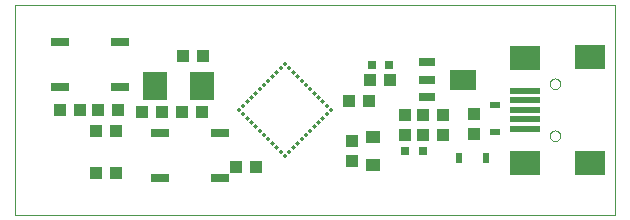
<source format=gtp>
G75*
G70*
%OFA0B0*%
%FSLAX24Y24*%
%IPPOS*%
%LPD*%
%AMOC8*
5,1,8,0,0,1.08239X$1,22.5*
%
%ADD10C,0.0000*%
%ADD11R,0.0394X0.0433*%
%ADD12R,0.0433X0.0394*%
%ADD13R,0.0315X0.0315*%
%ADD14R,0.0600X0.0300*%
%ADD15R,0.0984X0.0197*%
%ADD16R,0.0984X0.0787*%
%ADD17R,0.0787X0.0945*%
%ADD18R,0.0551X0.0315*%
%ADD19R,0.0866X0.0709*%
%ADD20R,0.0118X0.0118*%
%ADD21R,0.0512X0.0413*%
%ADD22R,0.0327X0.0248*%
%ADD23R,0.0248X0.0327*%
D10*
X001050Y000150D02*
X001050Y007150D01*
X021050Y007150D01*
X021050Y000150D01*
X001050Y000150D01*
X018873Y002784D02*
X018875Y002810D01*
X018881Y002836D01*
X018891Y002861D01*
X018904Y002884D01*
X018920Y002904D01*
X018940Y002922D01*
X018962Y002937D01*
X018985Y002949D01*
X019011Y002957D01*
X019037Y002961D01*
X019063Y002961D01*
X019089Y002957D01*
X019115Y002949D01*
X019139Y002937D01*
X019160Y002922D01*
X019180Y002904D01*
X019196Y002884D01*
X019209Y002861D01*
X019219Y002836D01*
X019225Y002810D01*
X019227Y002784D01*
X019225Y002758D01*
X019219Y002732D01*
X019209Y002707D01*
X019196Y002684D01*
X019180Y002664D01*
X019160Y002646D01*
X019138Y002631D01*
X019115Y002619D01*
X019089Y002611D01*
X019063Y002607D01*
X019037Y002607D01*
X019011Y002611D01*
X018985Y002619D01*
X018961Y002631D01*
X018940Y002646D01*
X018920Y002664D01*
X018904Y002684D01*
X018891Y002707D01*
X018881Y002732D01*
X018875Y002758D01*
X018873Y002784D01*
X018873Y004516D02*
X018875Y004542D01*
X018881Y004568D01*
X018891Y004593D01*
X018904Y004616D01*
X018920Y004636D01*
X018940Y004654D01*
X018962Y004669D01*
X018985Y004681D01*
X019011Y004689D01*
X019037Y004693D01*
X019063Y004693D01*
X019089Y004689D01*
X019115Y004681D01*
X019139Y004669D01*
X019160Y004654D01*
X019180Y004636D01*
X019196Y004616D01*
X019209Y004593D01*
X019219Y004568D01*
X019225Y004542D01*
X019227Y004516D01*
X019225Y004490D01*
X019219Y004464D01*
X019209Y004439D01*
X019196Y004416D01*
X019180Y004396D01*
X019160Y004378D01*
X019138Y004363D01*
X019115Y004351D01*
X019089Y004343D01*
X019063Y004339D01*
X019037Y004339D01*
X019011Y004343D01*
X018985Y004351D01*
X018961Y004363D01*
X018940Y004378D01*
X018920Y004396D01*
X018904Y004416D01*
X018891Y004439D01*
X018881Y004464D01*
X018875Y004490D01*
X018873Y004516D01*
D11*
X016350Y003505D03*
X015310Y003485D03*
X014650Y003485D03*
X014050Y003485D03*
X014050Y002815D03*
X014650Y002815D03*
X015310Y002815D03*
X016350Y002835D03*
X012270Y002605D03*
X012270Y001935D03*
D12*
X009093Y001738D03*
X008424Y001738D03*
X004425Y001550D03*
X003755Y001550D03*
X003755Y002930D03*
X004425Y002930D03*
X005275Y003590D03*
X004485Y003650D03*
X003815Y003650D03*
X003205Y003650D03*
X002535Y003650D03*
X005945Y003590D03*
X006615Y003590D03*
X007285Y003590D03*
X012195Y003930D03*
X012865Y003930D03*
X012895Y004650D03*
X013565Y004650D03*
X007325Y005450D03*
X006655Y005450D03*
D13*
X012935Y005150D03*
X013525Y005150D03*
X014055Y002290D03*
X014645Y002290D03*
D14*
X007890Y002880D03*
X005890Y002880D03*
X005890Y001380D03*
X007890Y001380D03*
X004550Y004400D03*
X002550Y004400D03*
X002550Y005900D03*
X004550Y005900D03*
D15*
X018066Y004280D03*
X018066Y003965D03*
X018066Y003650D03*
X018066Y003335D03*
X018066Y003020D03*
D16*
X018066Y001878D03*
X020231Y001878D03*
X018066Y005382D03*
X020231Y005422D03*
D17*
X007277Y004450D03*
X005703Y004450D03*
D18*
X014770Y004650D03*
X014770Y004059D03*
X014770Y005241D03*
D19*
X015983Y004650D03*
D20*
G36*
X011581Y003733D02*
X011664Y003650D01*
X011581Y003567D01*
X011498Y003650D01*
X011581Y003733D01*
G37*
G36*
X011442Y003872D02*
X011525Y003789D01*
X011442Y003706D01*
X011359Y003789D01*
X011442Y003872D01*
G37*
G36*
X011303Y004011D02*
X011386Y003928D01*
X011303Y003845D01*
X011220Y003928D01*
X011303Y004011D01*
G37*
G36*
X011164Y004151D02*
X011247Y004068D01*
X011164Y003985D01*
X011081Y004068D01*
X011164Y004151D01*
G37*
G36*
X011024Y004290D02*
X011107Y004207D01*
X011024Y004124D01*
X010941Y004207D01*
X011024Y004290D01*
G37*
G36*
X010885Y004429D02*
X010968Y004346D01*
X010885Y004263D01*
X010802Y004346D01*
X010885Y004429D01*
G37*
G36*
X010746Y004568D02*
X010829Y004485D01*
X010746Y004402D01*
X010663Y004485D01*
X010746Y004568D01*
G37*
G36*
X010607Y004707D02*
X010690Y004624D01*
X010607Y004541D01*
X010524Y004624D01*
X010607Y004707D01*
G37*
G36*
X010468Y004847D02*
X010551Y004764D01*
X010468Y004681D01*
X010385Y004764D01*
X010468Y004847D01*
G37*
G36*
X010328Y004986D02*
X010411Y004903D01*
X010328Y004820D01*
X010245Y004903D01*
X010328Y004986D01*
G37*
G36*
X010189Y005125D02*
X010272Y005042D01*
X010189Y004959D01*
X010106Y005042D01*
X010189Y005125D01*
G37*
G36*
X010050Y005264D02*
X010133Y005181D01*
X010050Y005098D01*
X009967Y005181D01*
X010050Y005264D01*
G37*
G36*
X009911Y005125D02*
X009994Y005042D01*
X009911Y004959D01*
X009828Y005042D01*
X009911Y005125D01*
G37*
G36*
X009772Y004986D02*
X009855Y004903D01*
X009772Y004820D01*
X009689Y004903D01*
X009772Y004986D01*
G37*
G36*
X009632Y004847D02*
X009715Y004764D01*
X009632Y004681D01*
X009549Y004764D01*
X009632Y004847D01*
G37*
G36*
X009493Y004707D02*
X009576Y004624D01*
X009493Y004541D01*
X009410Y004624D01*
X009493Y004707D01*
G37*
G36*
X009354Y004568D02*
X009437Y004485D01*
X009354Y004402D01*
X009271Y004485D01*
X009354Y004568D01*
G37*
G36*
X009215Y004429D02*
X009298Y004346D01*
X009215Y004263D01*
X009132Y004346D01*
X009215Y004429D01*
G37*
G36*
X009076Y004290D02*
X009159Y004207D01*
X009076Y004124D01*
X008993Y004207D01*
X009076Y004290D01*
G37*
G36*
X008936Y004151D02*
X009019Y004068D01*
X008936Y003985D01*
X008853Y004068D01*
X008936Y004151D01*
G37*
G36*
X008797Y004011D02*
X008880Y003928D01*
X008797Y003845D01*
X008714Y003928D01*
X008797Y004011D01*
G37*
G36*
X008658Y003872D02*
X008741Y003789D01*
X008658Y003706D01*
X008575Y003789D01*
X008658Y003872D01*
G37*
G36*
X008519Y003733D02*
X008602Y003650D01*
X008519Y003567D01*
X008436Y003650D01*
X008519Y003733D01*
G37*
G36*
X008658Y003594D02*
X008741Y003511D01*
X008658Y003428D01*
X008575Y003511D01*
X008658Y003594D01*
G37*
G36*
X008797Y003455D02*
X008880Y003372D01*
X008797Y003289D01*
X008714Y003372D01*
X008797Y003455D01*
G37*
G36*
X008936Y003315D02*
X009019Y003232D01*
X008936Y003149D01*
X008853Y003232D01*
X008936Y003315D01*
G37*
G36*
X009076Y003176D02*
X009159Y003093D01*
X009076Y003010D01*
X008993Y003093D01*
X009076Y003176D01*
G37*
G36*
X009215Y003037D02*
X009298Y002954D01*
X009215Y002871D01*
X009132Y002954D01*
X009215Y003037D01*
G37*
G36*
X009354Y002898D02*
X009437Y002815D01*
X009354Y002732D01*
X009271Y002815D01*
X009354Y002898D01*
G37*
G36*
X009493Y002759D02*
X009576Y002676D01*
X009493Y002593D01*
X009410Y002676D01*
X009493Y002759D01*
G37*
G36*
X009632Y002619D02*
X009715Y002536D01*
X009632Y002453D01*
X009549Y002536D01*
X009632Y002619D01*
G37*
G36*
X009772Y002480D02*
X009855Y002397D01*
X009772Y002314D01*
X009689Y002397D01*
X009772Y002480D01*
G37*
G36*
X010328Y002480D02*
X010411Y002397D01*
X010328Y002314D01*
X010245Y002397D01*
X010328Y002480D01*
G37*
G36*
X010468Y002619D02*
X010551Y002536D01*
X010468Y002453D01*
X010385Y002536D01*
X010468Y002619D01*
G37*
G36*
X010607Y002759D02*
X010690Y002676D01*
X010607Y002593D01*
X010524Y002676D01*
X010607Y002759D01*
G37*
G36*
X010746Y002898D02*
X010829Y002815D01*
X010746Y002732D01*
X010663Y002815D01*
X010746Y002898D01*
G37*
G36*
X010885Y003037D02*
X010968Y002954D01*
X010885Y002871D01*
X010802Y002954D01*
X010885Y003037D01*
G37*
G36*
X011024Y003176D02*
X011107Y003093D01*
X011024Y003010D01*
X010941Y003093D01*
X011024Y003176D01*
G37*
G36*
X011164Y003315D02*
X011247Y003232D01*
X011164Y003149D01*
X011081Y003232D01*
X011164Y003315D01*
G37*
G36*
X011303Y003455D02*
X011386Y003372D01*
X011303Y003289D01*
X011220Y003372D01*
X011303Y003455D01*
G37*
G36*
X011442Y003594D02*
X011525Y003511D01*
X011442Y003428D01*
X011359Y003511D01*
X011442Y003594D01*
G37*
G36*
X010189Y002341D02*
X010272Y002258D01*
X010189Y002175D01*
X010106Y002258D01*
X010189Y002341D01*
G37*
G36*
X009911Y002341D02*
X009994Y002258D01*
X009911Y002175D01*
X009828Y002258D01*
X009911Y002341D01*
G37*
G36*
X010050Y002202D02*
X010133Y002119D01*
X010050Y002036D01*
X009967Y002119D01*
X010050Y002202D01*
G37*
D21*
X012990Y001807D03*
X012990Y002733D03*
D22*
X017050Y002897D03*
X017050Y003803D03*
D23*
X016743Y002050D03*
X015837Y002050D03*
M02*

</source>
